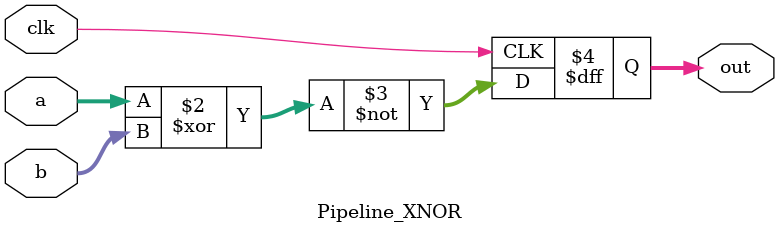
<source format=sv>
module Pipeline_XNOR(
    input clk,
    input [15:0] a, b,
    output reg [15:0] out
);
    always @(posedge clk) begin
        out <= ~(a ^ b); // 流水线寄存
    end
endmodule

</source>
